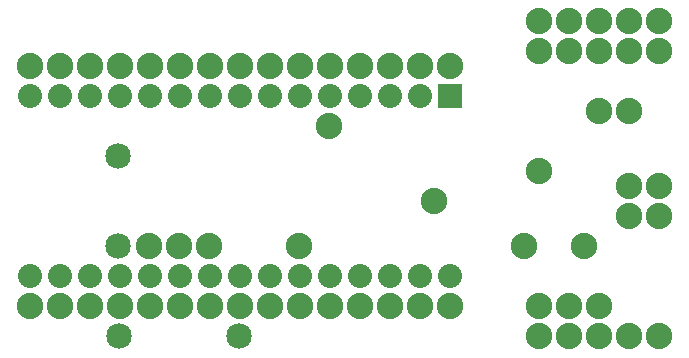
<source format=gbs>
G04 MADE WITH FRITZING*
G04 WWW.FRITZING.ORG*
G04 DOUBLE SIDED*
G04 HOLES PLATED*
G04 CONTOUR ON CENTER OF CONTOUR VECTOR*
%ASAXBY*%
%FSLAX23Y23*%
%MOIN*%
%OFA0B0*%
%SFA1.0B1.0*%
%ADD10C,0.085000*%
%ADD11C,0.080000*%
%ADD12C,0.088000*%
%ADD13R,0.080000X0.079972*%
%LNMASK0*%
G90*
G70*
G54D10*
X385Y673D03*
X385Y373D03*
X385Y673D03*
X385Y373D03*
X790Y73D03*
X390Y73D03*
X790Y73D03*
X390Y73D03*
G54D11*
X1491Y873D03*
X1391Y873D03*
X1291Y873D03*
X1191Y873D03*
X1091Y873D03*
X991Y873D03*
X891Y873D03*
X791Y873D03*
X691Y873D03*
X591Y873D03*
X491Y873D03*
X391Y873D03*
X291Y873D03*
X191Y873D03*
X91Y873D03*
X1491Y273D03*
X1391Y273D03*
X1291Y273D03*
X1191Y273D03*
X1091Y273D03*
X991Y273D03*
X891Y273D03*
X791Y273D03*
X691Y273D03*
X591Y273D03*
X491Y273D03*
X391Y273D03*
X291Y273D03*
X191Y273D03*
X91Y273D03*
G54D12*
X1440Y523D03*
X1940Y373D03*
X1740Y373D03*
X990Y373D03*
X690Y373D03*
X490Y373D03*
X590Y373D03*
X1090Y773D03*
X2090Y823D03*
X1990Y823D03*
X2090Y573D03*
X2190Y573D03*
X1790Y623D03*
X2090Y473D03*
X2190Y473D03*
X1790Y173D03*
X1890Y173D03*
X1990Y173D03*
X1790Y1023D03*
X1890Y1023D03*
X1990Y1023D03*
X2090Y1023D03*
X2190Y1023D03*
X1790Y1123D03*
X1890Y1123D03*
X1990Y1123D03*
X2090Y1123D03*
X2190Y1123D03*
X1790Y73D03*
X1890Y73D03*
X1990Y73D03*
X2090Y73D03*
X2190Y73D03*
X1491Y973D03*
X1391Y973D03*
X1291Y973D03*
X1191Y973D03*
X1091Y973D03*
X991Y973D03*
X891Y973D03*
X791Y973D03*
X691Y973D03*
X591Y973D03*
X491Y973D03*
X391Y973D03*
X291Y973D03*
X191Y973D03*
X91Y973D03*
X1491Y173D03*
X1391Y173D03*
X1291Y173D03*
X1191Y173D03*
X1091Y173D03*
X991Y173D03*
X891Y173D03*
X791Y173D03*
X691Y173D03*
X591Y173D03*
X491Y173D03*
X391Y173D03*
X291Y173D03*
X191Y173D03*
X91Y173D03*
G54D13*
X1491Y873D03*
G04 End of Mask0*
M02*
</source>
